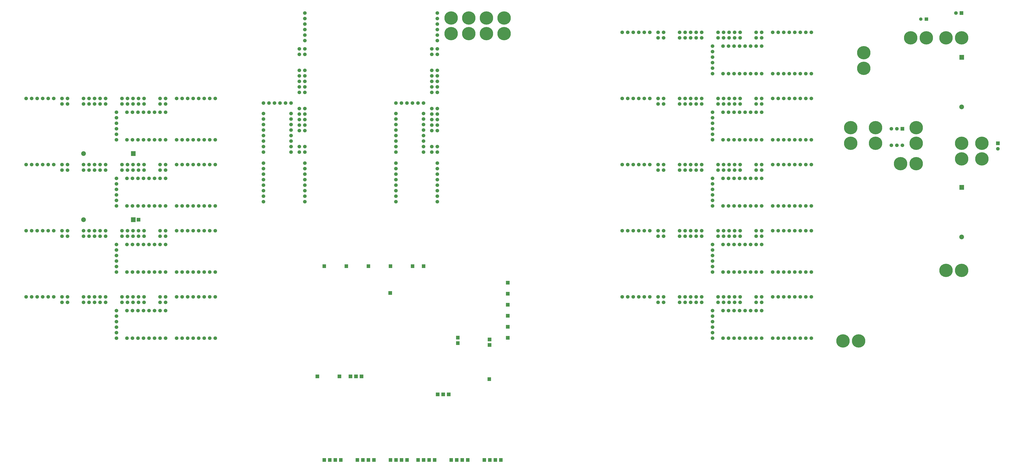
<source format=gbr>
G04 start of page 8 for group -4063 idx -4063 *
G04 Title: (unknown), componentmask *
G04 Creator: pcb 4.2.0 *
G04 CreationDate: Thu Sep 17 11:22:56 2020 UTC *
G04 For: commonadmin *
G04 Format: Gerber/RS-274X *
G04 PCB-Dimensions (mil): 18000.00 11000.00 *
G04 PCB-Coordinate-Origin: lower left *
%MOIN*%
%FSLAX25Y25*%
%LNTOPMASK*%
%ADD71C,0.0860*%
%ADD70C,0.0610*%
%ADD69C,0.0001*%
%ADD68C,0.2422*%
%ADD67C,0.0660*%
G54D67*X1367500Y975000D03*
X1377500D03*
X1387500D03*
X1397500D03*
X1407500D03*
X1417500D03*
X1427500D03*
X1437500D03*
G54D68*X1532500Y1012846D03*
Y984500D03*
G54D69*G36*
X1705700Y1008800D02*Y1000200D01*
X1714300D01*
Y1008800D01*
X1705700D01*
G37*
G54D67*X1367500Y1050000D03*
X1347500D03*
Y1040000D03*
X1377500Y1050000D03*
X1387500D03*
X1397500D03*
X1407500D03*
X1417500D03*
X1427500D03*
X1437500D03*
X1337500Y1040000D03*
Y1050000D03*
X1308500D03*
Y1040000D03*
G54D68*X1646000D03*
X1617654D03*
G54D67*X1219000D03*
X1209000Y1050000D03*
X1199000D03*
X1209000Y1040000D03*
X1199000D03*
X1170000D03*
X1160000D03*
X1170000Y1050000D03*
X1160000D03*
X1145000D03*
X1135000D03*
X1125000D03*
X1115000D03*
X1105000D03*
X1095000D03*
G54D68*X1709846Y1040000D03*
X1681500D03*
G54D69*G36*
X1706200Y1088300D02*Y1081700D01*
X1712800D01*
Y1088300D01*
X1706200D01*
G37*
G54D67*X1699500Y1085000D03*
G54D69*G36*
X1642950Y1077050D02*Y1070950D01*
X1649050D01*
Y1077050D01*
X1642950D01*
G37*
G54D70*X1636000Y1074000D03*
G54D67*X1277500Y975000D03*
X1287500D03*
X1297500D03*
X1307500D03*
X1317500D03*
X1327500D03*
X1337500D03*
X1347500D03*
X1258500D03*
Y985000D03*
Y995000D03*
Y1005000D03*
Y1015000D03*
Y1025000D03*
X1277500D03*
X1287500D03*
X1297500D03*
X1307500D03*
X1317500D03*
X1327500D03*
X1337500D03*
X1347500D03*
X1298500Y1050000D03*
X1288500D03*
X1278500D03*
X1268500D03*
X1298500Y1040000D03*
X1288500D03*
X1278500D03*
X1268500D03*
X1239000D03*
X1229000D03*
X1239000Y1050000D03*
X1229000D03*
X1219000D03*
X287500Y495000D03*
X297500D03*
X307500D03*
X317500D03*
X327500D03*
X337500D03*
X347500D03*
X357500D03*
X197500D03*
X207500D03*
X217500D03*
X227500D03*
X237500D03*
X247500D03*
X257500D03*
X267500D03*
X178500D03*
Y505000D03*
Y515000D03*
Y525000D03*
Y535000D03*
Y545000D03*
X197500D03*
X207500D03*
X217500D03*
X227500D03*
X237500D03*
X247500D03*
X257500D03*
X267500D03*
X287500Y570000D03*
X267500D03*
Y560000D03*
X297500Y570000D03*
X307500D03*
X317500D03*
X327500D03*
X337500D03*
X347500D03*
X357500D03*
X257500Y560000D03*
Y570000D03*
X228500D03*
Y560000D03*
X218500Y570000D03*
X208500D03*
X198500D03*
X188500D03*
X218500Y560000D03*
X208500D03*
X198500D03*
X188500D03*
X159000D03*
X149000D03*
X159000Y570000D03*
X149000D03*
X139000D03*
Y560000D03*
X129000Y570000D03*
X119000D03*
X129000Y560000D03*
X119000D03*
X90000D03*
X80000D03*
X90000Y570000D03*
X80000D03*
X65000D03*
X55000D03*
X45000D03*
X35000D03*
X25000D03*
X15000D03*
X197500Y615000D03*
X207500D03*
X217500D03*
X227500D03*
X237500D03*
X247500D03*
X257500D03*
X267500D03*
G54D69*G36*
X591700Y628800D02*Y622200D01*
X598300D01*
Y628800D01*
X591700D01*
G37*
G36*
X551700D02*Y622200D01*
X558300D01*
Y628800D01*
X551700D01*
G37*
G54D67*X178500Y615000D03*
Y625000D03*
Y635000D03*
Y645000D03*
Y655000D03*
Y665000D03*
X197500D03*
X207500D03*
X217500D03*
X227500D03*
X237500D03*
X247500D03*
X257500D03*
X267500D03*
X218500Y690000D03*
Y680000D03*
X208500D03*
X198500D03*
X188500D03*
X208500Y690000D03*
X198500D03*
X188500D03*
X159000D03*
X149000D03*
X139000D03*
G54D71*X119000Y710000D03*
G54D69*G36*
X215200Y713300D02*Y706700D01*
X221800D01*
Y713300D01*
X215200D01*
G37*
G54D67*X159000Y680000D03*
X149000D03*
X139000D03*
X129000Y690000D03*
X119000D03*
X129000Y680000D03*
X119000D03*
X90000D03*
X80000D03*
X90000Y690000D03*
X80000D03*
X65000D03*
X55000D03*
X45000D03*
X35000D03*
X25000D03*
X15000D03*
X287500Y855000D03*
Y930000D03*
X297500D03*
X307500D03*
X317500D03*
X327500D03*
X337500D03*
X347500D03*
X357500D03*
X297500Y855000D03*
X307500D03*
X317500D03*
X327500D03*
X337500D03*
X347500D03*
X357500D03*
X317500Y810000D03*
X327500D03*
X337500D03*
X347500D03*
X357500D03*
X287500D03*
X297500D03*
X307500D03*
X228500D03*
X218500D03*
X208500D03*
X267500D03*
Y800000D03*
X257500D03*
Y810000D03*
X228500Y800000D03*
X218500D03*
X208500D03*
G54D69*G36*
X204700Y834300D02*Y825700D01*
X213300D01*
Y834300D01*
X204700D01*
G37*
G54D67*X198500Y810000D03*
Y800000D03*
X188500D03*
Y810000D03*
X159000D03*
X149000D03*
X139000D03*
X129000D03*
X119000D03*
X159000Y800000D03*
X149000D03*
X139000D03*
X129000D03*
X119000D03*
X197500Y855000D03*
X207500D03*
X217500D03*
X227500D03*
X237500D03*
X247500D03*
X257500D03*
X267500D03*
X178500D03*
Y865000D03*
Y875000D03*
Y885000D03*
Y895000D03*
Y905000D03*
X197500D03*
X207500D03*
X217500D03*
X227500D03*
X237500D03*
X247500D03*
X257500D03*
X267500D03*
Y930000D03*
Y920000D03*
X257500D03*
Y930000D03*
X228500D03*
Y920000D03*
X218500Y930000D03*
Y920000D03*
X208500Y930000D03*
Y920000D03*
X198500Y930000D03*
X188500D03*
X198500Y920000D03*
X188500D03*
X159000D03*
X149000D03*
X139000D03*
X129000D03*
X159000Y930000D03*
X149000D03*
X139000D03*
X129000D03*
X119000D03*
Y920000D03*
X90000Y930000D03*
X80000D03*
X65000D03*
X90000Y920000D03*
X80000D03*
X55000Y930000D03*
X45000D03*
X35000D03*
X25000D03*
X15000D03*
X317500Y615000D03*
X327500D03*
X337500D03*
X347500D03*
X287500D03*
X297500D03*
X307500D03*
X357500D03*
X307500Y690000D03*
X317500D03*
X327500D03*
X337500D03*
X347500D03*
X357500D03*
X287500D03*
X267500D03*
Y680000D03*
X297500Y690000D03*
X287500Y735000D03*
X297500D03*
X307500D03*
X317500D03*
X327500D03*
X337500D03*
X347500D03*
X357500D03*
X267500D03*
X257500Y680000D03*
Y690000D03*
X228500D03*
Y680000D03*
X257500Y735000D03*
G54D69*G36*
X204700Y714300D02*Y705700D01*
X213300D01*
Y714300D01*
X204700D01*
G37*
G54D67*X197500Y735000D03*
X207500D03*
X217500D03*
X227500D03*
X237500D03*
X247500D03*
X178500D03*
Y745000D03*
Y755000D03*
Y765000D03*
Y775000D03*
Y785000D03*
X197500D03*
X207500D03*
X217500D03*
X227500D03*
X237500D03*
X247500D03*
X257500D03*
X267500D03*
X90000Y810000D03*
X80000D03*
X65000D03*
X90000Y800000D03*
X80000D03*
X55000Y810000D03*
X45000D03*
X35000D03*
X25000D03*
X15000D03*
G54D71*X119000Y830000D03*
G54D67*X445000Y812500D03*
X520000D03*
X445000Y802500D03*
Y792500D03*
Y782500D03*
Y772500D03*
Y762500D03*
Y752500D03*
Y742500D03*
X520000Y802500D03*
Y792500D03*
Y782500D03*
Y772500D03*
Y762500D03*
Y752500D03*
Y742500D03*
Y832500D03*
X510000D03*
Y842500D03*
X520000D03*
X445000Y902500D03*
Y921500D03*
X455000D03*
X445000Y892500D03*
X465000Y921500D03*
X475000D03*
X485000D03*
X495000D03*
Y902500D03*
X445000Y882500D03*
Y872500D03*
Y862500D03*
Y852500D03*
Y842500D03*
Y832500D03*
X495000Y862500D03*
Y852500D03*
Y842500D03*
Y832500D03*
Y892500D03*
Y882500D03*
Y872500D03*
X520000Y871500D03*
X510000D03*
Y881500D03*
Y891500D03*
Y901500D03*
X520000Y881500D03*
Y891500D03*
Y901500D03*
Y911500D03*
Y941000D03*
Y951000D03*
X510000Y911500D03*
Y941000D03*
Y951000D03*
X520000Y961000D03*
Y971000D03*
Y981000D03*
Y1010000D03*
X510000Y961000D03*
Y971000D03*
Y981000D03*
Y1010000D03*
Y1020000D03*
X520000D03*
Y1035000D03*
Y1045000D03*
Y1055000D03*
Y1065000D03*
Y1075000D03*
Y1085000D03*
X1367500Y735000D03*
Y810000D03*
X1377500D03*
X1387500D03*
X1397500D03*
X1407500D03*
X1417500D03*
X1427500D03*
X1437500D03*
X1377500Y735000D03*
X1387500D03*
X1397500D03*
X1407500D03*
X1417500D03*
X1427500D03*
X1437500D03*
X1397500Y690000D03*
X1407500D03*
X1417500D03*
X1427500D03*
X1437500D03*
X1367500Y495000D03*
X1377500D03*
X1387500D03*
X1397500D03*
X1407500D03*
X1417500D03*
X1427500D03*
X1437500D03*
G54D68*X1495000Y490000D03*
X1523346D03*
G54D67*X1367500Y570000D03*
X1377500D03*
X1387500D03*
X1397500D03*
X1407500D03*
X1417500D03*
X1427500D03*
X1437500D03*
X1278500Y810000D03*
X1268500D03*
X1278500Y800000D03*
X1268500D03*
X1239000D03*
X1229000D03*
X1219000D03*
X1209000D03*
X1239000Y810000D03*
X1229000D03*
X1219000D03*
X1209000D03*
X1199000D03*
Y800000D03*
X1170000Y810000D03*
X1160000D03*
X1145000D03*
X1170000Y800000D03*
X1160000D03*
X1135000Y810000D03*
X1125000D03*
X1115000D03*
X1105000D03*
X1095000D03*
X1367500Y615000D03*
X1377500D03*
X1387500D03*
X1397500D03*
X1407500D03*
X1417500D03*
X1427500D03*
X1437500D03*
X1297500D03*
X1307500D03*
X1317500D03*
X1327500D03*
X1337500D03*
X1347500D03*
X1277500D03*
X1258500D03*
Y625000D03*
Y635000D03*
Y645000D03*
Y655000D03*
Y665000D03*
X1287500D03*
X1297500D03*
X1307500D03*
X1317500D03*
X1327500D03*
X1337500D03*
X1347500D03*
X1287500Y615000D03*
G54D69*G36*
X711700Y628800D02*Y622200D01*
X718300D01*
Y628800D01*
X711700D01*
G37*
G36*
X731700D02*Y622200D01*
X738300D01*
Y628800D01*
X731700D01*
G37*
G36*
X671700D02*Y622200D01*
X678300D01*
Y628800D01*
X671700D01*
G37*
G36*
X631700D02*Y622200D01*
X638300D01*
Y628800D01*
X631700D01*
G37*
G36*
X671200Y580300D02*Y573700D01*
X677800D01*
Y580300D01*
X671200D01*
G37*
G54D67*X1277500Y735000D03*
X1287500D03*
X1297500D03*
X1307500D03*
X1317500D03*
X1327500D03*
X1337500D03*
X1347500D03*
X1258500D03*
Y745000D03*
Y755000D03*
Y765000D03*
Y775000D03*
Y785000D03*
X1277500D03*
X1287500D03*
X1297500D03*
X1307500D03*
X1317500D03*
X1327500D03*
X1337500D03*
X1347500D03*
Y810000D03*
Y800000D03*
X1337500D03*
Y810000D03*
X1308500D03*
Y800000D03*
X1298500Y810000D03*
Y800000D03*
X1288500Y810000D03*
Y800000D03*
X1367500Y690000D03*
X1377500D03*
X1387500D03*
X1308500D03*
X1298500D03*
X1288500D03*
X1347500D03*
Y680000D03*
X1337500D03*
Y690000D03*
X1308500Y680000D03*
X1298500D03*
X1288500D03*
X1278500Y690000D03*
Y680000D03*
X1268500D03*
Y690000D03*
X1239000D03*
X1229000D03*
X1219000D03*
X1209000D03*
X1199000D03*
X1239000Y680000D03*
X1229000D03*
X1219000D03*
X1209000D03*
X1199000D03*
X1170000Y690000D03*
X1160000D03*
X1145000D03*
X1170000Y680000D03*
X1160000D03*
X1135000Y690000D03*
X1125000D03*
X1115000D03*
X1105000D03*
X1095000D03*
X1287500Y495000D03*
X1297500D03*
X1307500D03*
X1317500D03*
X1327500D03*
X1337500D03*
G54D69*G36*
X793700Y499300D02*Y492700D01*
X800300D01*
Y499300D01*
X793700D01*
G37*
G36*
Y489300D02*Y482700D01*
X800300D01*
Y489300D01*
X793700D01*
G37*
G54D67*X1277500Y665000D03*
Y495000D03*
Y545000D03*
X1258500Y525000D03*
Y535000D03*
Y545000D03*
X1287500D03*
X1297500D03*
X1307500D03*
X1317500D03*
X1278500Y560000D03*
X1268500Y570000D03*
Y560000D03*
X1258500Y495000D03*
Y505000D03*
Y515000D03*
X1347500Y495000D03*
G54D69*G36*
X884200Y518800D02*Y512200D01*
X890800D01*
Y518800D01*
X884200D01*
G37*
G36*
X851200Y485800D02*Y479200D01*
X857800D01*
Y485800D01*
X851200D01*
G37*
G36*
Y495800D02*Y489200D01*
X857800D01*
Y495800D01*
X851200D01*
G37*
G36*
X850700Y423800D02*Y417200D01*
X857300D01*
Y423800D01*
X850700D01*
G37*
G36*
X884200Y498800D02*Y492200D01*
X890800D01*
Y498800D01*
X884200D01*
G37*
G54D67*X1327500Y545000D03*
X1337500D03*
X1347500D03*
Y570000D03*
Y560000D03*
X1337500D03*
Y570000D03*
X1308500D03*
Y560000D03*
X1298500Y570000D03*
Y560000D03*
X1288500Y570000D03*
Y560000D03*
X1278500Y570000D03*
X1239000D03*
Y560000D03*
X1229000Y570000D03*
Y560000D03*
X1219000Y570000D03*
Y560000D03*
X1209000Y570000D03*
Y560000D03*
X1199000D03*
Y570000D03*
X1170000D03*
Y560000D03*
X1160000D03*
Y570000D03*
X1145000D03*
X1135000D03*
X1125000D03*
X1115000D03*
X1105000D03*
X1095000D03*
G54D69*G36*
X884200Y598800D02*Y592200D01*
X890800D01*
Y598800D01*
X884200D01*
G37*
G36*
Y578800D02*Y572200D01*
X890800D01*
Y578800D01*
X884200D01*
G37*
G36*
Y538800D02*Y532200D01*
X890800D01*
Y538800D01*
X884200D01*
G37*
G36*
Y558800D02*Y552200D01*
X890800D01*
Y558800D01*
X884200D01*
G37*
G36*
X871700Y277300D02*Y270700D01*
X878300D01*
Y277300D01*
X871700D01*
G37*
G36*
X861700D02*Y270700D01*
X868300D01*
Y277300D01*
X861700D01*
G37*
G36*
X851700D02*Y270700D01*
X858300D01*
Y277300D01*
X851700D01*
G37*
G36*
X841700D02*Y270700D01*
X848300D01*
Y277300D01*
X841700D01*
G37*
G36*
X811700D02*Y270700D01*
X818300D01*
Y277300D01*
X811700D01*
G37*
G36*
X801700D02*Y270700D01*
X808300D01*
Y277300D01*
X801700D01*
G37*
G36*
X791700D02*Y270700D01*
X798300D01*
Y277300D01*
X791700D01*
G37*
G36*
X781700D02*Y270700D01*
X788300D01*
Y277300D01*
X781700D01*
G37*
G36*
X581700D02*Y270700D01*
X588300D01*
Y277300D01*
X581700D01*
G37*
G36*
X641700D02*Y270700D01*
X648300D01*
Y277300D01*
X641700D01*
G37*
G36*
X631700D02*Y270700D01*
X638300D01*
Y277300D01*
X631700D01*
G37*
G36*
X621700D02*Y270700D01*
X628300D01*
Y277300D01*
X621700D01*
G37*
G36*
X611700D02*Y270700D01*
X618300D01*
Y277300D01*
X611700D01*
G37*
G36*
X571700D02*Y270700D01*
X578300D01*
Y277300D01*
X571700D01*
G37*
G36*
X579200Y428800D02*Y422200D01*
X585800D01*
Y428800D01*
X579200D01*
G37*
G36*
X619200D02*Y422200D01*
X625800D01*
Y428800D01*
X619200D01*
G37*
G36*
X599200D02*Y422200D01*
X605800D01*
Y428800D01*
X599200D01*
G37*
G36*
X609200D02*Y422200D01*
X615800D01*
Y428800D01*
X609200D01*
G37*
G36*
X561700Y277300D02*Y270700D01*
X568300D01*
Y277300D01*
X561700D01*
G37*
G36*
X551700D02*Y270700D01*
X558300D01*
Y277300D01*
X551700D01*
G37*
G36*
X539200Y428800D02*Y422200D01*
X545800D01*
Y428800D01*
X539200D01*
G37*
G36*
X701700Y277300D02*Y270700D01*
X708300D01*
Y277300D01*
X701700D01*
G37*
G36*
X691700D02*Y270700D01*
X698300D01*
Y277300D01*
X691700D01*
G37*
G36*
X731700D02*Y270700D01*
X738300D01*
Y277300D01*
X731700D01*
G37*
G36*
X721700D02*Y270700D01*
X728300D01*
Y277300D01*
X721700D01*
G37*
G36*
X751700D02*Y270700D01*
X758300D01*
Y277300D01*
X751700D01*
G37*
G36*
X741700D02*Y270700D01*
X748300D01*
Y277300D01*
X741700D01*
G37*
G36*
X681700D02*Y270700D01*
X688300D01*
Y277300D01*
X681700D01*
G37*
G36*
X671700D02*Y270700D01*
X678300D01*
Y277300D01*
X671700D01*
G37*
G36*
X777200Y396300D02*Y389700D01*
X783800D01*
Y396300D01*
X777200D01*
G37*
G36*
X767200D02*Y389700D01*
X773800D01*
Y396300D01*
X767200D01*
G37*
G36*
X757200D02*Y389700D01*
X763800D01*
Y396300D01*
X757200D01*
G37*
G54D68*X881000Y1075846D03*
Y1047500D03*
X849000Y1075846D03*
Y1047500D03*
X817000Y1075846D03*
Y1047500D03*
X785000Y1075846D03*
Y1047500D03*
G54D67*X760000Y1085000D03*
Y1075000D03*
Y1065000D03*
Y1055000D03*
Y1045000D03*
Y1035000D03*
Y1020000D03*
X750000D03*
Y1010000D03*
X760000D03*
X750000Y981000D03*
X760000D03*
X750000Y971000D03*
X760000D03*
X750000Y961000D03*
Y951000D03*
Y941000D03*
X760000Y961000D03*
Y951000D03*
Y941000D03*
Y911500D03*
Y901500D03*
Y891500D03*
Y742500D03*
Y752500D03*
Y762500D03*
Y772500D03*
Y782500D03*
Y792500D03*
Y802500D03*
Y812500D03*
Y881500D03*
Y871500D03*
Y842500D03*
Y832500D03*
X750000Y871500D03*
X735000Y852500D03*
Y862500D03*
X750000Y842500D03*
Y832500D03*
X735000D03*
Y842500D03*
Y872500D03*
X750000Y911500D03*
Y901500D03*
Y891500D03*
Y881500D03*
X735000Y882500D03*
Y892500D03*
Y902500D03*
Y921500D03*
X725000D03*
X715000D03*
X705000D03*
X695000D03*
X685000D03*
Y882500D03*
Y892500D03*
Y902500D03*
Y832500D03*
Y842500D03*
Y852500D03*
Y862500D03*
Y872500D03*
Y742500D03*
Y752500D03*
Y762500D03*
Y772500D03*
Y782500D03*
Y792500D03*
Y802500D03*
Y812500D03*
X1367500Y855000D03*
Y930000D03*
X1377500Y855000D03*
X1387500D03*
X1397500D03*
X1407500D03*
X1417500D03*
X1427500D03*
X1437500D03*
X1377500Y930000D03*
X1387500D03*
X1397500D03*
X1407500D03*
X1417500D03*
X1427500D03*
X1437500D03*
X1277500Y855000D03*
X1287500D03*
X1297500D03*
X1307500D03*
X1317500D03*
X1327500D03*
X1337500D03*
X1347500D03*
X1258500D03*
Y865000D03*
Y875000D03*
Y885000D03*
Y895000D03*
Y905000D03*
X1277500D03*
X1287500D03*
X1297500D03*
X1307500D03*
X1317500D03*
X1327500D03*
X1337500D03*
X1347500D03*
X1278500Y930000D03*
X1268500D03*
X1278500Y920000D03*
X1268500D03*
X1239000D03*
X1229000D03*
X1219000D03*
X1209000D03*
X1239000Y930000D03*
X1229000D03*
X1219000D03*
X1209000D03*
X1199000D03*
Y920000D03*
X1170000Y930000D03*
X1160000D03*
X1145000D03*
X1170000Y920000D03*
X1160000D03*
X1135000Y930000D03*
X1125000D03*
X1115000D03*
X1105000D03*
X1095000D03*
G54D68*X1746500Y848500D03*
G54D69*G36*
X1772200Y851800D02*Y845200D01*
X1778800D01*
Y851800D01*
X1772200D01*
G37*
G54D67*X1775500Y838500D03*
G54D68*X1746500Y820154D03*
X1710000Y848500D03*
Y820154D03*
G54D69*G36*
X1705700Y772800D02*Y764200D01*
X1714300D01*
Y772800D01*
X1705700D01*
G37*
G54D71*X1710000Y678500D03*
G54D68*Y618000D03*
X1681654D03*
X1554000Y848654D03*
G54D67*X1582500Y845000D03*
X1592500D03*
X1602500D03*
G54D68*X1627500Y848654D03*
X1599154Y811654D03*
X1627500D03*
G54D67*X1347500Y930000D03*
Y920000D03*
X1337500D03*
Y930000D03*
X1308500D03*
Y920000D03*
X1298500Y930000D03*
Y920000D03*
X1288500Y930000D03*
Y920000D03*
G54D71*X1710000Y914500D03*
G54D68*X1554000Y877000D03*
G54D69*G36*
X1599200Y878300D02*Y871700D01*
X1605800D01*
Y878300D01*
X1599200D01*
G37*
G54D67*X1592500Y875000D03*
X1582500D03*
G54D68*X1627500Y877000D03*
X1509000D03*
Y848654D03*
M02*

</source>
